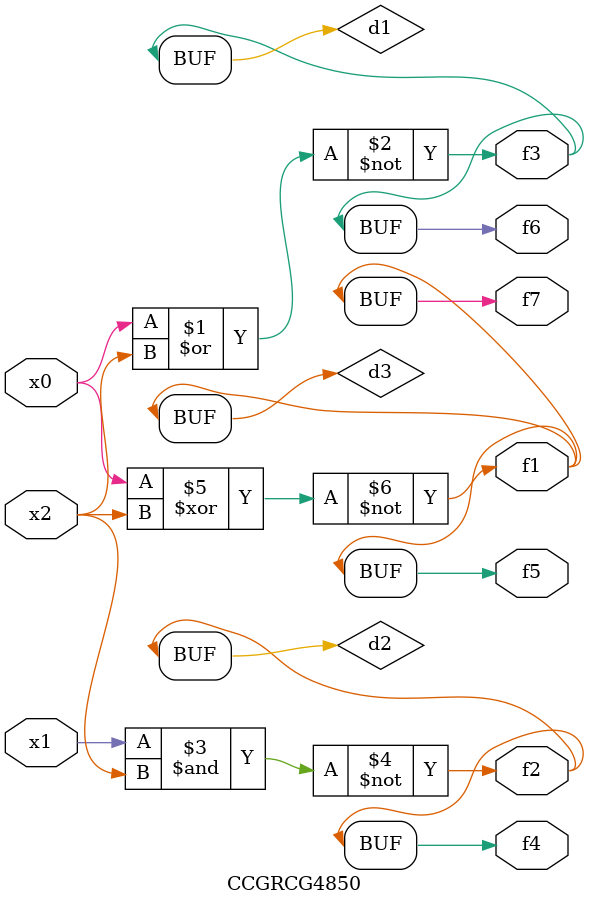
<source format=v>
module CCGRCG4850(
	input x0, x1, x2,
	output f1, f2, f3, f4, f5, f6, f7
);

	wire d1, d2, d3;

	nor (d1, x0, x2);
	nand (d2, x1, x2);
	xnor (d3, x0, x2);
	assign f1 = d3;
	assign f2 = d2;
	assign f3 = d1;
	assign f4 = d2;
	assign f5 = d3;
	assign f6 = d1;
	assign f7 = d3;
endmodule

</source>
